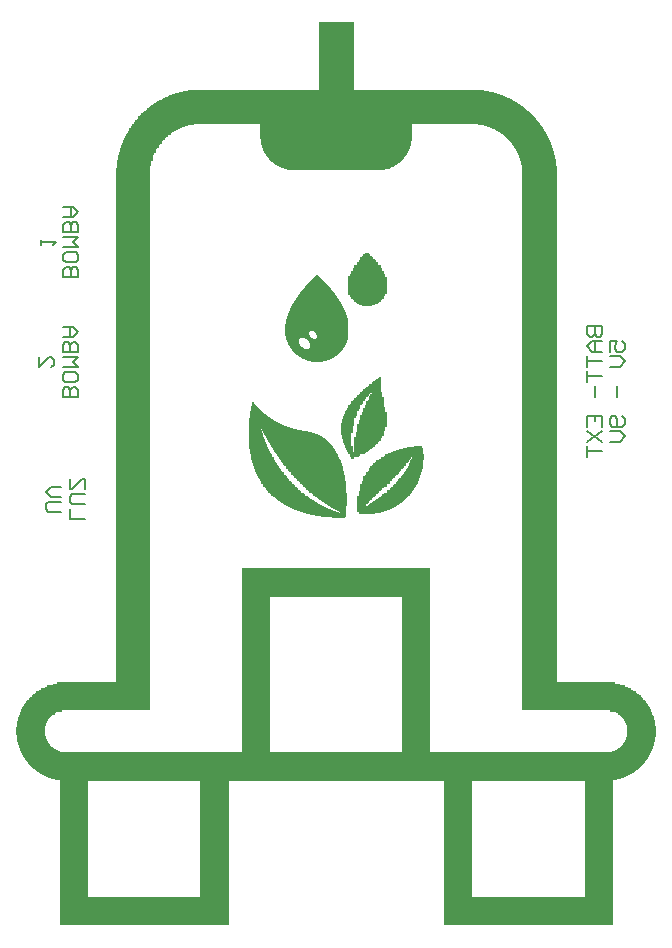
<source format=gbo>
G04*
G04 #@! TF.GenerationSoftware,Altium Limited,Altium Designer,22.0.2 (36)*
G04*
G04 Layer_Color=32896*
%FSLAX23Y23*%
%MOIN*%
G70*
G04*
G04 #@! TF.SameCoordinates,FFE58276-D16A-40DC-94CB-801E61EA4FAC*
G04*
G04*
G04 #@! TF.FilePolarity,Positive*
G04*
G01*
G75*
%ADD50C,0.008*%
G36*
X1583Y3268D02*
X2018D01*
Y3265D01*
X2034D01*
Y3261D01*
X2051D01*
Y3258D01*
X2061D01*
Y3255D01*
X2071D01*
Y3251D01*
X2081D01*
Y3248D01*
X2087D01*
Y3245D01*
X2094D01*
Y3241D01*
X2104D01*
Y3238D01*
X2111D01*
Y3235D01*
X2114D01*
Y3232D01*
X2121D01*
Y3228D01*
X2127D01*
Y3225D01*
X2131D01*
Y3222D01*
X2137D01*
Y3218D01*
X2141D01*
Y3215D01*
X2147D01*
Y3212D01*
X2150D01*
Y3208D01*
X2154D01*
Y3205D01*
X2157D01*
Y3202D01*
X2160D01*
Y3198D01*
X2167D01*
Y3195D01*
X2170D01*
Y3192D01*
X2174D01*
Y3188D01*
X2177D01*
Y3185D01*
X2180D01*
Y3182D01*
X2184D01*
Y3178D01*
X2187D01*
Y3175D01*
X2190D01*
Y3168D01*
X2194D01*
Y3165D01*
X2197D01*
Y3162D01*
X2200D01*
Y3159D01*
X2204D01*
Y3152D01*
X2207D01*
Y3149D01*
X2210D01*
Y3145D01*
X2214D01*
Y3139D01*
X2217D01*
Y3132D01*
X2220D01*
Y3129D01*
X2223D01*
Y3122D01*
X2227D01*
Y3115D01*
X2230D01*
Y3109D01*
X2233D01*
Y3102D01*
X2237D01*
Y3095D01*
X2240D01*
Y3086D01*
X2243D01*
Y3076D01*
X2247D01*
Y3066D01*
X2250D01*
Y3052D01*
X2253D01*
Y3039D01*
X2257D01*
Y3016D01*
X2260D01*
Y2910D01*
Y2906D01*
Y1294D01*
X2456D01*
Y1290D01*
X2472D01*
Y1287D01*
X2482D01*
Y1284D01*
X2489D01*
Y1280D01*
X2499D01*
Y1277D01*
X2506D01*
Y1274D01*
X2509D01*
Y1270D01*
X2516D01*
Y1267D01*
X2519D01*
Y1264D01*
X2525D01*
Y1260D01*
X2529D01*
Y1257D01*
X2532D01*
Y1254D01*
X2535D01*
Y1251D01*
X2542D01*
Y1247D01*
X2545D01*
Y1241D01*
X2549D01*
Y1237D01*
X2552D01*
Y1234D01*
X2555D01*
Y1231D01*
X2559D01*
Y1227D01*
X2562D01*
Y1221D01*
X2565D01*
Y1217D01*
X2569D01*
Y1211D01*
X2572D01*
Y1204D01*
X2575D01*
Y1197D01*
X2579D01*
Y1187D01*
X2582D01*
Y1181D01*
X2585D01*
Y1168D01*
X2589D01*
Y1148D01*
X2592D01*
Y1111D01*
X2589D01*
Y1095D01*
X2585D01*
Y1081D01*
X2582D01*
Y1071D01*
X2579D01*
Y1065D01*
X2575D01*
Y1058D01*
X2572D01*
Y1051D01*
X2569D01*
Y1045D01*
X2565D01*
Y1038D01*
X2562D01*
Y1035D01*
X2559D01*
Y1032D01*
X2555D01*
Y1025D01*
X2552D01*
Y1022D01*
X2549D01*
Y1018D01*
X2545D01*
Y1015D01*
X2542D01*
Y1012D01*
X2539D01*
Y1008D01*
X2535D01*
Y1005D01*
X2532D01*
Y1002D01*
X2525D01*
Y998D01*
X2522D01*
Y995D01*
X2519D01*
Y992D01*
X2512D01*
Y988D01*
X2506D01*
Y985D01*
X2499D01*
Y982D01*
X2492D01*
Y978D01*
X2486D01*
Y975D01*
X2476D01*
Y972D01*
X2462D01*
Y968D01*
X2449D01*
Y487D01*
X2446D01*
Y484D01*
X1885D01*
Y965D01*
X1168D01*
Y487D01*
X1165D01*
Y484D01*
X604D01*
Y968D01*
X588D01*
Y972D01*
X574D01*
Y975D01*
X564D01*
Y978D01*
X558D01*
Y982D01*
X551D01*
Y985D01*
X544D01*
Y988D01*
X538D01*
Y992D01*
X535D01*
Y995D01*
X528D01*
Y998D01*
X525D01*
Y1002D01*
X521D01*
Y1005D01*
X515D01*
Y1008D01*
X511D01*
Y1012D01*
X508D01*
Y1015D01*
X505D01*
Y1018D01*
X501D01*
Y1022D01*
X498D01*
Y1028D01*
X495D01*
Y1032D01*
X491D01*
Y1035D01*
X488D01*
Y1041D01*
X485D01*
Y1045D01*
X481D01*
Y1051D01*
X478D01*
Y1058D01*
X475D01*
Y1065D01*
X471D01*
Y1075D01*
X468D01*
Y1085D01*
X465D01*
Y1095D01*
X462D01*
Y1118D01*
X458D01*
Y1144D01*
X462D01*
Y1164D01*
X465D01*
Y1178D01*
X468D01*
Y1187D01*
X471D01*
Y1197D01*
X475D01*
Y1204D01*
X478D01*
Y1211D01*
X481D01*
Y1214D01*
X485D01*
Y1221D01*
X488D01*
Y1224D01*
X491D01*
Y1231D01*
X495D01*
Y1234D01*
X498D01*
Y1237D01*
X501D01*
Y1241D01*
X505D01*
Y1244D01*
X508D01*
Y1247D01*
X511D01*
Y1251D01*
X515D01*
Y1254D01*
X518D01*
Y1257D01*
X521D01*
Y1260D01*
X525D01*
Y1264D01*
X531D01*
Y1267D01*
X535D01*
Y1270D01*
X541D01*
Y1274D01*
X548D01*
Y1277D01*
X554D01*
Y1280D01*
X561D01*
Y1284D01*
X571D01*
Y1287D01*
X581D01*
Y1290D01*
X594D01*
Y1294D01*
X790D01*
Y3009D01*
X793D01*
Y3036D01*
X797D01*
Y3052D01*
X800D01*
Y3062D01*
X803D01*
Y3076D01*
X807D01*
Y3086D01*
X810D01*
Y3092D01*
X813D01*
Y3102D01*
X817D01*
Y3109D01*
X820D01*
Y3115D01*
X823D01*
Y3122D01*
X827D01*
Y3125D01*
X830D01*
Y3132D01*
X833D01*
Y3139D01*
X836D01*
Y3142D01*
X840D01*
Y3149D01*
X843D01*
Y3152D01*
X846D01*
Y3155D01*
X850D01*
Y3162D01*
X853D01*
Y3165D01*
X856D01*
Y3168D01*
X860D01*
Y3172D01*
X863D01*
Y3175D01*
X866D01*
Y3182D01*
X870D01*
Y3185D01*
X873D01*
Y3188D01*
X876D01*
Y3192D01*
X880D01*
Y3195D01*
X886D01*
Y3198D01*
X890D01*
Y3202D01*
X893D01*
Y3205D01*
X896D01*
Y3208D01*
X900D01*
Y3212D01*
X906D01*
Y3215D01*
X909D01*
Y3218D01*
X913D01*
Y3222D01*
X919D01*
Y3225D01*
X923D01*
Y3228D01*
X929D01*
Y3232D01*
X936D01*
Y3235D01*
X943D01*
Y3238D01*
X949D01*
Y3241D01*
X956D01*
Y3245D01*
X963D01*
Y3248D01*
X969D01*
Y3251D01*
X979D01*
Y3255D01*
X989D01*
Y3258D01*
X1002D01*
Y3261D01*
X1016D01*
Y3265D01*
X1032D01*
Y3268D01*
X1467D01*
Y3494D01*
X1583D01*
Y3268D01*
D02*
G37*
%LPC*%
G36*
X1998Y3155D02*
X1779D01*
Y3099D01*
X1776D01*
Y3082D01*
X1772D01*
Y3072D01*
X1769D01*
Y3066D01*
X1766D01*
Y3059D01*
X1762D01*
Y3052D01*
X1759D01*
Y3049D01*
X1756D01*
Y3046D01*
X1752D01*
Y3039D01*
X1749D01*
Y3036D01*
X1746D01*
Y3032D01*
X1742D01*
Y3029D01*
X1739D01*
Y3026D01*
X1732D01*
Y3022D01*
X1729D01*
Y3019D01*
X1722D01*
Y3016D01*
X1719D01*
Y3013D01*
X1709D01*
Y3009D01*
X1703D01*
Y3006D01*
X1689D01*
Y3003D01*
X1361D01*
Y3006D01*
X1351D01*
Y3009D01*
X1341D01*
Y3013D01*
X1334D01*
Y3016D01*
X1328D01*
Y3019D01*
X1321D01*
Y3022D01*
X1318D01*
Y3026D01*
X1314D01*
Y3029D01*
X1308D01*
Y3032D01*
X1304D01*
Y3036D01*
X1301D01*
Y3042D01*
X1298D01*
Y3046D01*
X1294D01*
Y3049D01*
X1291D01*
Y3056D01*
X1288D01*
Y3059D01*
X1284D01*
Y3066D01*
X1281D01*
Y3076D01*
X1278D01*
Y3086D01*
X1274D01*
Y3105D01*
X1271D01*
Y3155D01*
X1052D01*
Y3152D01*
X1032D01*
Y3149D01*
X1022D01*
Y3145D01*
X1012D01*
Y3142D01*
X1006D01*
Y3139D01*
X999D01*
Y3135D01*
X992D01*
Y3132D01*
X986D01*
Y3129D01*
X979D01*
Y3125D01*
X976D01*
Y3122D01*
X973D01*
Y3119D01*
X966D01*
Y3115D01*
X963D01*
Y3112D01*
X959D01*
Y3109D01*
X956D01*
Y3105D01*
X953D01*
Y3102D01*
X949D01*
Y3099D01*
X946D01*
Y3095D01*
X943D01*
Y3089D01*
X939D01*
Y3086D01*
X936D01*
Y3082D01*
X933D01*
Y3076D01*
X929D01*
Y3072D01*
X926D01*
Y3066D01*
X923D01*
Y3059D01*
X919D01*
Y3052D01*
X916D01*
Y3042D01*
X913D01*
Y3032D01*
X909D01*
Y3016D01*
X906D01*
Y1201D01*
X611D01*
Y1197D01*
X601D01*
Y1194D01*
X591D01*
Y1191D01*
X588D01*
Y1187D01*
X581D01*
Y1184D01*
X578D01*
Y1181D01*
X574D01*
Y1178D01*
X571D01*
Y1174D01*
X568D01*
Y1171D01*
X564D01*
Y1164D01*
X561D01*
Y1158D01*
X558D01*
Y1148D01*
X554D01*
Y1114D01*
X558D01*
Y1105D01*
X561D01*
Y1098D01*
X564D01*
Y1091D01*
X568D01*
Y1088D01*
X571D01*
Y1081D01*
X574D01*
Y1078D01*
X581D01*
Y1075D01*
X584D01*
Y1071D01*
X591D01*
Y1068D01*
X598D01*
Y1065D01*
X604D01*
Y1061D01*
X1211D01*
Y1675D01*
X1839D01*
Y1061D01*
X2446D01*
Y1065D01*
X2456D01*
Y1068D01*
X2462D01*
Y1071D01*
X2466D01*
Y1075D01*
X2472D01*
Y1078D01*
X2476D01*
Y1081D01*
X2479D01*
Y1085D01*
X2482D01*
Y1091D01*
X2486D01*
Y1095D01*
X2489D01*
Y1101D01*
X2492D01*
Y1111D01*
X2496D01*
Y1151D01*
X2492D01*
Y1158D01*
X2489D01*
Y1164D01*
X2486D01*
Y1171D01*
X2482D01*
Y1174D01*
X2479D01*
Y1178D01*
X2476D01*
Y1181D01*
X2472D01*
Y1184D01*
X2469D01*
Y1187D01*
X2466D01*
Y1191D01*
X2459D01*
Y1194D01*
X2452D01*
Y1197D01*
X2439D01*
Y1201D01*
X2144D01*
Y1337D01*
Y1340D01*
Y3019D01*
X2141D01*
Y3032D01*
X2137D01*
Y3042D01*
X2134D01*
Y3052D01*
X2131D01*
Y3059D01*
X2127D01*
Y3066D01*
X2124D01*
Y3072D01*
X2121D01*
Y3076D01*
X2117D01*
Y3082D01*
X2114D01*
Y3086D01*
X2111D01*
Y3092D01*
X2107D01*
Y3095D01*
X2104D01*
Y3099D01*
X2101D01*
Y3102D01*
X2097D01*
Y3105D01*
X2094D01*
Y3109D01*
X2091D01*
Y3112D01*
X2087D01*
Y3115D01*
X2084D01*
Y3119D01*
X2081D01*
Y3122D01*
X2074D01*
Y3125D01*
X2071D01*
Y3129D01*
X2064D01*
Y3132D01*
X2058D01*
Y3135D01*
X2054D01*
Y3139D01*
X2044D01*
Y3142D01*
X2038D01*
Y3145D01*
X2028D01*
Y3149D01*
X2018D01*
Y3152D01*
X1998D01*
Y3155D01*
D02*
G37*
G36*
X1746Y1579D02*
X1304D01*
Y1061D01*
X1746D01*
Y1579D01*
D02*
G37*
G36*
X2353Y965D02*
X1978D01*
Y580D01*
X2353D01*
Y965D01*
D02*
G37*
G36*
X1072D02*
X697D01*
Y580D01*
X1072D01*
Y965D01*
D02*
G37*
%LPD*%
G36*
X1633Y2724D02*
X1636D01*
Y2721D01*
X1639D01*
Y2717D01*
X1643D01*
Y2714D01*
X1646D01*
Y2711D01*
X1649D01*
Y2707D01*
X1653D01*
Y2704D01*
X1656D01*
Y2701D01*
X1659D01*
Y2697D01*
X1663D01*
Y2691D01*
X1666D01*
Y2687D01*
X1669D01*
Y2684D01*
X1673D01*
Y2677D01*
X1676D01*
Y2674D01*
X1679D01*
Y2667D01*
X1683D01*
Y2661D01*
X1686D01*
Y2657D01*
Y2654D01*
X1689D01*
Y2644D01*
X1693D01*
Y2634D01*
X1696D01*
Y2598D01*
X1693D01*
Y2588D01*
X1689D01*
Y2581D01*
X1686D01*
Y2575D01*
X1683D01*
Y2571D01*
X1679D01*
Y2568D01*
X1676D01*
Y2565D01*
X1673D01*
Y2561D01*
X1669D01*
Y2558D01*
X1663D01*
Y2555D01*
X1656D01*
Y2551D01*
X1646D01*
Y2548D01*
X1610D01*
Y2551D01*
X1600D01*
Y2555D01*
X1596D01*
Y2558D01*
X1590D01*
Y2561D01*
X1586D01*
Y2565D01*
X1583D01*
Y2568D01*
X1580D01*
Y2571D01*
X1576D01*
Y2575D01*
X1573D01*
Y2578D01*
X1570D01*
Y2584D01*
X1566D01*
Y2594D01*
X1563D01*
Y2638D01*
X1566D01*
Y2648D01*
X1570D01*
Y2654D01*
X1573D01*
Y2664D01*
X1576D01*
Y2667D01*
X1580D01*
Y2674D01*
X1583D01*
Y2681D01*
X1586D01*
Y2684D01*
X1590D01*
Y2687D01*
X1593D01*
Y2694D01*
X1596D01*
Y2697D01*
X1600D01*
Y2701D01*
X1603D01*
Y2704D01*
X1606D01*
Y2711D01*
X1610D01*
Y2714D01*
X1613D01*
Y2717D01*
X1616D01*
Y2721D01*
X1620D01*
Y2724D01*
X1623D01*
Y2727D01*
X1633D01*
Y2724D01*
D02*
G37*
G36*
X1464Y2648D02*
X1467D01*
Y2644D01*
X1470D01*
Y2641D01*
X1474D01*
Y2638D01*
X1477D01*
Y2634D01*
X1480D01*
Y2631D01*
X1484D01*
Y2628D01*
X1487D01*
Y2624D01*
X1490D01*
Y2621D01*
X1493D01*
Y2618D01*
X1497D01*
Y2614D01*
X1500D01*
Y2611D01*
X1503D01*
Y2608D01*
X1507D01*
Y2601D01*
X1510D01*
Y2598D01*
X1513D01*
Y2594D01*
X1517D01*
Y2591D01*
X1520D01*
Y2584D01*
X1523D01*
Y2581D01*
X1527D01*
Y2575D01*
X1530D01*
Y2571D01*
X1533D01*
Y2565D01*
X1537D01*
Y2561D01*
X1540D01*
Y2555D01*
X1543D01*
Y2548D01*
X1547D01*
Y2541D01*
X1550D01*
Y2535D01*
X1553D01*
Y2528D01*
X1557D01*
Y2518D01*
X1560D01*
Y2508D01*
X1563D01*
Y2495D01*
X1566D01*
Y2445D01*
X1563D01*
Y2435D01*
X1560D01*
Y2425D01*
X1557D01*
Y2419D01*
X1553D01*
Y2412D01*
X1550D01*
Y2409D01*
X1547D01*
Y2402D01*
X1543D01*
Y2399D01*
X1540D01*
Y2395D01*
X1537D01*
Y2392D01*
X1533D01*
Y2389D01*
X1530D01*
Y2385D01*
X1527D01*
Y2382D01*
X1520D01*
Y2379D01*
X1517D01*
Y2375D01*
X1510D01*
Y2372D01*
X1503D01*
Y2369D01*
X1493D01*
Y2365D01*
X1480D01*
Y2362D01*
X1440D01*
Y2365D01*
X1427D01*
Y2369D01*
X1420D01*
Y2372D01*
X1411D01*
Y2375D01*
X1407D01*
Y2379D01*
X1401D01*
Y2382D01*
X1397D01*
Y2385D01*
X1391D01*
Y2389D01*
X1387D01*
Y2392D01*
X1384D01*
Y2395D01*
X1381D01*
Y2399D01*
X1377D01*
Y2405D01*
X1374D01*
Y2409D01*
X1371D01*
Y2415D01*
X1367D01*
Y2419D01*
X1364D01*
Y2429D01*
X1361D01*
Y2435D01*
X1357D01*
Y2448D01*
X1354D01*
Y2488D01*
X1357D01*
Y2505D01*
X1361D01*
Y2515D01*
X1364D01*
Y2525D01*
X1367D01*
Y2531D01*
X1371D01*
Y2541D01*
X1374D01*
Y2548D01*
X1377D01*
Y2555D01*
X1381D01*
Y2558D01*
X1384D01*
Y2565D01*
X1387D01*
Y2568D01*
X1391D01*
Y2575D01*
X1394D01*
Y2578D01*
X1397D01*
Y2584D01*
X1401D01*
Y2588D01*
X1404D01*
Y2594D01*
X1407D01*
Y2598D01*
X1411D01*
Y2601D01*
X1414D01*
Y2604D01*
X1417D01*
Y2608D01*
X1420D01*
Y2614D01*
X1424D01*
Y2618D01*
X1427D01*
Y2621D01*
X1430D01*
Y2624D01*
X1434D01*
Y2628D01*
X1437D01*
Y2631D01*
X1440D01*
Y2634D01*
X1444D01*
Y2638D01*
X1447D01*
Y2641D01*
X1450D01*
Y2644D01*
X1454D01*
Y2648D01*
X1457D01*
Y2651D01*
X1464D01*
Y2648D01*
D02*
G37*
G36*
X1673Y2286D02*
X1676D01*
Y2263D01*
X1679D01*
Y2246D01*
X1683D01*
Y2229D01*
X1686D01*
Y2213D01*
X1689D01*
Y2196D01*
X1693D01*
Y2146D01*
X1689D01*
Y2133D01*
X1686D01*
Y2123D01*
X1683D01*
Y2117D01*
X1679D01*
Y2110D01*
X1676D01*
Y2107D01*
X1673D01*
Y2100D01*
X1669D01*
Y2097D01*
X1666D01*
Y2093D01*
X1663D01*
Y2090D01*
X1659D01*
Y2087D01*
X1656D01*
Y2083D01*
X1653D01*
Y2080D01*
X1649D01*
Y2077D01*
X1643D01*
Y2073D01*
X1639D01*
Y2070D01*
X1636D01*
Y2067D01*
X1630D01*
Y2063D01*
X1626D01*
Y2060D01*
X1620D01*
Y2057D01*
X1613D01*
Y2054D01*
X1606D01*
Y2050D01*
X1600D01*
Y2047D01*
X1593D01*
Y2044D01*
X1586D01*
Y2040D01*
X1573D01*
Y2047D01*
X1570D01*
Y2054D01*
X1566D01*
Y2057D01*
X1563D01*
Y2063D01*
X1560D01*
Y2070D01*
X1557D01*
Y2077D01*
X1553D01*
Y2087D01*
X1550D01*
Y2093D01*
X1547D01*
Y2107D01*
X1543D01*
Y2120D01*
X1540D01*
Y2160D01*
X1543D01*
Y2173D01*
X1547D01*
Y2180D01*
Y2183D01*
X1550D01*
Y2190D01*
X1553D01*
Y2200D01*
X1557D01*
Y2203D01*
X1560D01*
Y2210D01*
X1563D01*
Y2216D01*
X1566D01*
Y2219D01*
X1570D01*
Y2223D01*
X1573D01*
Y2229D01*
X1576D01*
Y2233D01*
X1580D01*
Y2236D01*
X1583D01*
Y2239D01*
X1586D01*
Y2243D01*
X1590D01*
Y2246D01*
X1593D01*
Y2249D01*
X1596D01*
Y2253D01*
X1600D01*
Y2256D01*
X1603D01*
Y2259D01*
X1606D01*
Y2263D01*
X1610D01*
Y2266D01*
X1613D01*
Y2269D01*
X1616D01*
Y2273D01*
X1620D01*
Y2276D01*
X1626D01*
Y2279D01*
X1630D01*
Y2283D01*
X1633D01*
Y2286D01*
X1636D01*
Y2289D01*
X1643D01*
Y2292D01*
X1646D01*
Y2296D01*
X1649D01*
Y2299D01*
X1656D01*
Y2302D01*
X1659D01*
Y2306D01*
X1666D01*
Y2309D01*
X1669D01*
Y2312D01*
X1673D01*
Y2286D01*
D02*
G37*
G36*
X1812Y2077D02*
X1815D01*
Y2054D01*
X1819D01*
Y2034D01*
X1815D01*
Y2007D01*
X1812D01*
Y1994D01*
X1809D01*
Y1984D01*
X1805D01*
Y1974D01*
X1802D01*
Y1964D01*
X1799D01*
Y1957D01*
X1795D01*
Y1951D01*
X1792D01*
Y1944D01*
X1789D01*
Y1941D01*
X1785D01*
Y1934D01*
X1782D01*
Y1931D01*
X1779D01*
Y1924D01*
X1776D01*
Y1921D01*
X1772D01*
Y1917D01*
X1769D01*
Y1914D01*
X1766D01*
Y1911D01*
X1762D01*
Y1908D01*
X1759D01*
Y1904D01*
X1756D01*
Y1901D01*
X1752D01*
Y1898D01*
X1749D01*
Y1894D01*
X1746D01*
Y1891D01*
X1739D01*
Y1888D01*
X1736D01*
Y1884D01*
X1729D01*
Y1881D01*
X1726D01*
Y1878D01*
X1719D01*
Y1874D01*
X1712D01*
Y1871D01*
X1703D01*
Y1868D01*
X1696D01*
Y1864D01*
X1686D01*
Y1861D01*
X1673D01*
Y1858D01*
X1653D01*
Y1854D01*
X1600D01*
Y1861D01*
X1596D01*
Y1914D01*
X1600D01*
Y1931D01*
X1603D01*
Y1944D01*
X1606D01*
Y1954D01*
X1610D01*
Y1964D01*
X1613D01*
Y1971D01*
X1616D01*
Y1981D01*
X1620D01*
Y1984D01*
X1623D01*
Y1990D01*
X1626D01*
Y1997D01*
X1630D01*
Y2000D01*
X1633D01*
Y2007D01*
X1636D01*
Y2010D01*
X1639D01*
Y2014D01*
X1643D01*
Y2017D01*
X1646D01*
Y2020D01*
X1649D01*
Y2024D01*
X1653D01*
Y2027D01*
X1656D01*
Y2030D01*
X1659D01*
Y2034D01*
X1663D01*
Y2037D01*
X1669D01*
Y2040D01*
X1673D01*
Y2044D01*
X1676D01*
Y2047D01*
X1683D01*
Y2050D01*
X1689D01*
Y2054D01*
X1693D01*
Y2057D01*
X1699D01*
Y2060D01*
X1709D01*
Y2063D01*
X1716D01*
Y2067D01*
X1726D01*
Y2070D01*
X1736D01*
Y2073D01*
X1749D01*
Y2077D01*
X1762D01*
Y2080D01*
X1785D01*
Y2083D01*
X1812D01*
Y2077D01*
D02*
G37*
G36*
X1251Y2223D02*
X1255D01*
Y2219D01*
X1258D01*
Y2216D01*
X1261D01*
Y2213D01*
X1265D01*
Y2210D01*
X1268D01*
Y2206D01*
X1271D01*
Y2203D01*
X1274D01*
Y2200D01*
X1278D01*
Y2196D01*
X1281D01*
Y2193D01*
X1284D01*
Y2190D01*
X1291D01*
Y2186D01*
X1294D01*
Y2183D01*
X1298D01*
Y2180D01*
X1304D01*
Y2176D01*
X1308D01*
Y2173D01*
X1314D01*
Y2170D01*
X1318D01*
Y2166D01*
X1324D01*
Y2163D01*
X1331D01*
Y2160D01*
X1338D01*
Y2156D01*
X1344D01*
Y2153D01*
X1351D01*
Y2150D01*
X1361D01*
Y2146D01*
X1371D01*
Y2143D01*
X1381D01*
Y2140D01*
X1394D01*
Y2137D01*
X1411D01*
Y2133D01*
X1430D01*
Y2130D01*
X1444D01*
Y2127D01*
X1454D01*
Y2123D01*
X1464D01*
Y2120D01*
X1470D01*
Y2117D01*
X1477D01*
Y2113D01*
X1480D01*
Y2110D01*
X1487D01*
Y2107D01*
X1490D01*
Y2103D01*
X1493D01*
Y2100D01*
X1497D01*
Y2097D01*
X1500D01*
Y2093D01*
X1503D01*
Y2090D01*
X1507D01*
Y2087D01*
X1510D01*
Y2083D01*
X1513D01*
Y2077D01*
X1517D01*
Y2073D01*
X1520D01*
Y2067D01*
X1523D01*
Y2060D01*
X1527D01*
Y2057D01*
X1530D01*
Y2047D01*
X1533D01*
Y2040D01*
X1537D01*
Y2034D01*
X1540D01*
Y2024D01*
X1543D01*
Y2014D01*
X1547D01*
Y2000D01*
X1550D01*
Y1984D01*
X1553D01*
Y1964D01*
X1557D01*
Y1927D01*
X1560D01*
Y1881D01*
X1557D01*
Y1844D01*
X1553D01*
Y1841D01*
X1510D01*
Y1844D01*
X1474D01*
Y1848D01*
X1454D01*
Y1851D01*
X1437D01*
Y1854D01*
X1424D01*
Y1858D01*
X1414D01*
Y1861D01*
X1404D01*
Y1864D01*
X1394D01*
Y1868D01*
X1384D01*
Y1871D01*
X1377D01*
Y1874D01*
X1371D01*
Y1878D01*
X1364D01*
Y1881D01*
X1357D01*
Y1884D01*
X1351D01*
Y1888D01*
X1347D01*
Y1891D01*
X1341D01*
Y1894D01*
X1338D01*
Y1898D01*
X1331D01*
Y1901D01*
X1328D01*
Y1904D01*
X1324D01*
Y1908D01*
X1321D01*
Y1911D01*
X1314D01*
Y1914D01*
X1311D01*
Y1917D01*
X1308D01*
Y1921D01*
X1304D01*
Y1924D01*
X1301D01*
Y1927D01*
X1298D01*
Y1931D01*
X1294D01*
Y1937D01*
X1291D01*
Y1941D01*
X1288D01*
Y1944D01*
X1284D01*
Y1947D01*
X1281D01*
Y1954D01*
X1278D01*
Y1957D01*
X1274D01*
Y1964D01*
X1271D01*
Y1971D01*
X1268D01*
Y1974D01*
X1265D01*
Y1981D01*
X1261D01*
Y1990D01*
X1258D01*
Y1997D01*
X1255D01*
Y2007D01*
X1251D01*
Y2017D01*
X1248D01*
Y2027D01*
X1245D01*
Y2037D01*
X1241D01*
Y2054D01*
X1238D01*
Y2073D01*
X1235D01*
Y2176D01*
X1238D01*
Y2200D01*
X1241D01*
Y2216D01*
X1245D01*
Y2229D01*
X1251D01*
Y2223D01*
D02*
G37*
%LPC*%
G36*
X1450Y2465D02*
X1437D01*
Y2462D01*
X1434D01*
Y2452D01*
X1437D01*
Y2445D01*
X1440D01*
Y2442D01*
X1447D01*
Y2438D01*
X1457D01*
Y2442D01*
X1460D01*
Y2452D01*
X1457D01*
Y2458D01*
X1454D01*
Y2462D01*
X1450D01*
Y2465D01*
D02*
G37*
G36*
X1420Y2442D02*
X1404D01*
Y2438D01*
X1401D01*
Y2422D01*
X1404D01*
Y2415D01*
X1407D01*
Y2412D01*
X1414D01*
Y2409D01*
X1417D01*
Y2405D01*
X1434D01*
Y2409D01*
X1437D01*
Y2425D01*
X1434D01*
Y2432D01*
X1430D01*
Y2435D01*
X1427D01*
Y2438D01*
X1420D01*
Y2442D01*
D02*
G37*
G36*
X1646Y2263D02*
X1643D01*
Y2259D01*
X1646D01*
Y2263D01*
D02*
G37*
G36*
X1643Y2259D02*
X1639D01*
Y2256D01*
X1643D01*
Y2259D01*
D02*
G37*
G36*
X1639Y2256D02*
X1633D01*
Y2249D01*
X1630D01*
Y2246D01*
X1626D01*
Y2243D01*
X1623D01*
Y2239D01*
X1620D01*
Y2233D01*
X1616D01*
Y2229D01*
X1613D01*
Y2223D01*
X1610D01*
Y2219D01*
X1606D01*
Y2213D01*
X1603D01*
Y2206D01*
X1600D01*
Y2200D01*
X1596D01*
Y2193D01*
X1593D01*
Y2183D01*
X1590D01*
Y2176D01*
X1586D01*
Y2163D01*
X1583D01*
Y2160D01*
Y2156D01*
Y2150D01*
X1580D01*
Y2127D01*
X1576D01*
Y2083D01*
X1580D01*
Y2063D01*
X1583D01*
Y2083D01*
X1586D01*
Y2113D01*
X1590D01*
Y2130D01*
X1593D01*
Y2146D01*
X1596D01*
Y2156D01*
X1600D01*
Y2170D01*
X1603D01*
Y2180D01*
X1606D01*
Y2186D01*
X1610D01*
Y2196D01*
X1613D01*
Y2203D01*
X1616D01*
Y2210D01*
X1620D01*
Y2219D01*
X1623D01*
Y2226D01*
X1626D01*
Y2233D01*
X1630D01*
Y2236D01*
X1633D01*
Y2243D01*
X1636D01*
Y2249D01*
X1639D01*
Y2256D01*
D02*
G37*
G36*
X1779Y2044D02*
X1776D01*
Y2040D01*
X1779D01*
Y2044D01*
D02*
G37*
G36*
X1776Y2040D02*
X1772D01*
Y2037D01*
X1769D01*
Y2030D01*
X1766D01*
Y2027D01*
X1762D01*
Y2024D01*
X1759D01*
Y2017D01*
X1756D01*
Y2014D01*
X1752D01*
Y2010D01*
X1749D01*
Y2007D01*
X1746D01*
Y2004D01*
X1742D01*
Y2000D01*
X1739D01*
Y1997D01*
X1736D01*
Y1990D01*
X1732D01*
Y1987D01*
X1729D01*
Y1984D01*
X1726D01*
Y1981D01*
X1722D01*
Y1977D01*
X1719D01*
Y1974D01*
X1716D01*
Y1971D01*
X1712D01*
Y1967D01*
X1709D01*
Y1964D01*
X1706D01*
Y1961D01*
X1703D01*
Y1957D01*
X1699D01*
Y1954D01*
X1696D01*
Y1951D01*
X1693D01*
Y1947D01*
X1689D01*
Y1944D01*
X1686D01*
Y1941D01*
X1679D01*
Y1937D01*
X1676D01*
Y1934D01*
X1673D01*
Y1931D01*
X1669D01*
Y1927D01*
X1666D01*
Y1924D01*
X1663D01*
Y1921D01*
X1659D01*
Y1917D01*
X1656D01*
Y1914D01*
X1653D01*
Y1911D01*
X1649D01*
Y1908D01*
X1646D01*
Y1904D01*
X1643D01*
Y1901D01*
X1639D01*
Y1898D01*
X1636D01*
Y1894D01*
X1633D01*
Y1891D01*
X1630D01*
Y1888D01*
X1626D01*
Y1884D01*
X1623D01*
Y1881D01*
X1630D01*
Y1884D01*
X1633D01*
Y1888D01*
X1639D01*
Y1891D01*
X1643D01*
Y1894D01*
X1649D01*
Y1898D01*
X1653D01*
Y1901D01*
X1659D01*
Y1904D01*
X1663D01*
Y1908D01*
X1669D01*
Y1911D01*
X1673D01*
Y1914D01*
X1676D01*
Y1917D01*
X1679D01*
Y1921D01*
X1686D01*
Y1924D01*
X1689D01*
Y1927D01*
X1693D01*
Y1931D01*
X1696D01*
Y1934D01*
X1699D01*
Y1937D01*
X1706D01*
Y1941D01*
X1709D01*
Y1944D01*
X1712D01*
Y1947D01*
X1716D01*
Y1951D01*
X1719D01*
Y1954D01*
X1722D01*
Y1957D01*
X1726D01*
Y1961D01*
X1729D01*
Y1967D01*
X1732D01*
Y1971D01*
X1736D01*
Y1974D01*
X1739D01*
Y1977D01*
X1742D01*
Y1981D01*
X1746D01*
Y1987D01*
X1749D01*
Y1990D01*
X1752D01*
Y1997D01*
X1756D01*
Y2000D01*
X1759D01*
Y2007D01*
X1762D01*
Y2010D01*
X1766D01*
Y2017D01*
X1769D01*
Y2024D01*
X1772D01*
Y2034D01*
X1776D01*
Y2040D01*
D02*
G37*
G36*
X1278Y2140D02*
X1274D01*
Y2137D01*
X1278D01*
Y2140D01*
D02*
G37*
G36*
X1281Y2133D02*
X1278D01*
Y2127D01*
X1281D01*
Y2113D01*
X1284D01*
Y2107D01*
X1288D01*
Y2097D01*
X1291D01*
Y2090D01*
X1294D01*
Y2080D01*
X1298D01*
Y2073D01*
X1301D01*
Y2067D01*
X1304D01*
Y2060D01*
X1308D01*
Y2054D01*
X1311D01*
Y2047D01*
X1314D01*
Y2044D01*
X1318D01*
Y2037D01*
X1321D01*
Y2030D01*
X1324D01*
Y2027D01*
X1328D01*
Y2020D01*
X1331D01*
Y2017D01*
X1334D01*
Y2010D01*
X1338D01*
Y2007D01*
X1341D01*
Y2000D01*
X1344D01*
Y1997D01*
X1347D01*
Y1994D01*
X1351D01*
Y1987D01*
X1354D01*
Y1984D01*
X1357D01*
Y1981D01*
X1361D01*
Y1977D01*
X1364D01*
Y1971D01*
X1367D01*
Y1967D01*
X1371D01*
Y1964D01*
X1374D01*
Y1961D01*
X1377D01*
Y1957D01*
X1381D01*
Y1954D01*
X1384D01*
Y1951D01*
X1387D01*
Y1947D01*
X1391D01*
Y1944D01*
X1394D01*
Y1941D01*
X1397D01*
Y1937D01*
X1401D01*
Y1934D01*
X1404D01*
Y1931D01*
X1407D01*
Y1927D01*
X1414D01*
Y1924D01*
X1417D01*
Y1921D01*
X1420D01*
Y1917D01*
X1427D01*
Y1914D01*
X1430D01*
Y1911D01*
X1434D01*
Y1908D01*
X1437D01*
Y1904D01*
X1444D01*
Y1901D01*
X1450D01*
Y1898D01*
X1454D01*
Y1894D01*
X1460D01*
Y1891D01*
X1464D01*
Y1888D01*
X1470D01*
Y1884D01*
X1477D01*
Y1881D01*
X1484D01*
Y1878D01*
X1490D01*
Y1874D01*
X1497D01*
Y1871D01*
X1507D01*
Y1868D01*
X1513D01*
Y1864D01*
X1523D01*
Y1861D01*
X1533D01*
Y1858D01*
X1537D01*
Y1861D01*
X1533D01*
Y1864D01*
X1527D01*
Y1868D01*
X1520D01*
Y1871D01*
X1513D01*
Y1874D01*
X1507D01*
Y1878D01*
X1503D01*
Y1881D01*
X1497D01*
Y1884D01*
X1493D01*
Y1888D01*
X1487D01*
Y1891D01*
X1484D01*
Y1894D01*
X1477D01*
Y1898D01*
X1474D01*
Y1901D01*
X1467D01*
Y1904D01*
X1464D01*
Y1908D01*
X1460D01*
Y1911D01*
X1454D01*
Y1914D01*
X1450D01*
Y1917D01*
X1447D01*
Y1921D01*
X1444D01*
Y1924D01*
X1440D01*
Y1927D01*
X1434D01*
Y1931D01*
X1430D01*
Y1934D01*
X1427D01*
Y1937D01*
X1424D01*
Y1941D01*
X1420D01*
Y1944D01*
X1417D01*
Y1947D01*
X1414D01*
Y1951D01*
X1411D01*
Y1954D01*
X1407D01*
Y1957D01*
X1404D01*
Y1961D01*
X1401D01*
Y1964D01*
X1397D01*
Y1967D01*
X1394D01*
Y1971D01*
X1391D01*
Y1974D01*
X1387D01*
Y1977D01*
X1384D01*
Y1981D01*
X1381D01*
Y1984D01*
X1377D01*
Y1987D01*
X1374D01*
Y1994D01*
X1371D01*
Y1997D01*
X1367D01*
Y2000D01*
X1364D01*
Y2004D01*
X1361D01*
Y2007D01*
X1357D01*
Y2014D01*
X1354D01*
Y2017D01*
X1351D01*
Y2020D01*
X1347D01*
Y2027D01*
X1344D01*
Y2030D01*
X1341D01*
Y2034D01*
X1338D01*
Y2040D01*
X1334D01*
Y2044D01*
X1331D01*
Y2050D01*
X1328D01*
Y2054D01*
X1324D01*
Y2060D01*
X1321D01*
Y2063D01*
X1318D01*
Y2070D01*
X1314D01*
Y2077D01*
X1311D01*
Y2080D01*
X1308D01*
Y2087D01*
X1304D01*
Y2093D01*
X1301D01*
Y2097D01*
X1298D01*
Y2103D01*
X1294D01*
Y2110D01*
X1291D01*
Y2117D01*
X1288D01*
Y2120D01*
X1284D01*
Y2127D01*
X1281D01*
Y2133D01*
D02*
G37*
%LPD*%
D50*
X2362Y2481D02*
X2412D01*
Y2456D01*
X2404Y2447D01*
X2395D01*
X2387Y2456D01*
Y2481D01*
Y2456D01*
X2379Y2447D01*
X2370D01*
X2362Y2456D01*
Y2481D01*
X2412Y2431D02*
X2379D01*
X2362Y2414D01*
X2379Y2397D01*
X2412D01*
X2387D01*
Y2431D01*
X2362Y2381D02*
Y2347D01*
Y2364D01*
X2412D01*
X2362Y2331D02*
Y2297D01*
Y2314D01*
X2412D01*
X2387Y2281D02*
Y2247D01*
X2362Y2147D02*
Y2181D01*
X2412D01*
Y2147D01*
X2387Y2181D02*
Y2164D01*
X2362Y2131D02*
X2412Y2097D01*
X2362D02*
X2412Y2131D01*
X2362Y2081D02*
Y2047D01*
Y2064D01*
X2412D01*
X687Y1838D02*
X637D01*
Y1872D01*
X687Y1888D02*
X646D01*
X637Y1897D01*
Y1913D01*
X646Y1922D01*
X687D01*
Y1938D02*
Y1972D01*
X679D01*
X646Y1938D01*
X637D01*
Y1972D01*
X608Y1863D02*
X566D01*
X558Y1872D01*
Y1888D01*
X566Y1897D01*
X608D01*
Y1913D02*
X575D01*
X558Y1930D01*
X575Y1947D01*
X608D01*
X666Y2644D02*
X616D01*
Y2669D01*
X624Y2678D01*
X633D01*
X641Y2669D01*
Y2644D01*
Y2669D01*
X649Y2678D01*
X658D01*
X666Y2669D01*
Y2644D01*
Y2719D02*
Y2703D01*
X658Y2694D01*
X624D01*
X616Y2703D01*
Y2719D01*
X624Y2728D01*
X658D01*
X666Y2719D01*
X616Y2744D02*
X666D01*
X649Y2761D01*
X666Y2778D01*
X616D01*
X666Y2794D02*
X616D01*
Y2819D01*
X624Y2828D01*
X633D01*
X641Y2819D01*
Y2794D01*
Y2819D01*
X649Y2828D01*
X658D01*
X666Y2819D01*
Y2794D01*
X616Y2844D02*
X649D01*
X666Y2861D01*
X649Y2878D01*
X616D01*
X641D01*
Y2844D01*
X664Y2244D02*
X614D01*
Y2269D01*
X622Y2278D01*
X631D01*
X639Y2269D01*
Y2244D01*
Y2269D01*
X647Y2278D01*
X656D01*
X664Y2269D01*
Y2244D01*
Y2319D02*
Y2303D01*
X656Y2294D01*
X622D01*
X614Y2303D01*
Y2319D01*
X622Y2328D01*
X656D01*
X664Y2319D01*
X614Y2344D02*
X664D01*
X647Y2361D01*
X664Y2378D01*
X614D01*
X664Y2394D02*
X614D01*
Y2419D01*
X622Y2428D01*
X631D01*
X639Y2419D01*
Y2394D01*
Y2419D01*
X647Y2428D01*
X656D01*
X664Y2419D01*
Y2394D01*
X614Y2444D02*
X647D01*
X664Y2461D01*
X647Y2478D01*
X614D01*
X639D01*
Y2444D01*
X540Y2753D02*
Y2769D01*
Y2761D01*
X590D01*
X582Y2753D01*
X534Y2378D02*
Y2344D01*
X567Y2378D01*
X576D01*
X584Y2369D01*
Y2353D01*
X576Y2344D01*
X2437Y2397D02*
Y2431D01*
X2462D01*
X2454Y2414D01*
Y2406D01*
X2462Y2397D01*
X2479D01*
X2487Y2406D01*
Y2422D01*
X2479Y2431D01*
X2437Y2381D02*
X2470D01*
X2487Y2364D01*
X2470Y2347D01*
X2437D01*
X2462Y2281D02*
Y2247D01*
X2479Y2181D02*
X2487Y2172D01*
Y2156D01*
X2479Y2147D01*
X2445D01*
X2437Y2156D01*
Y2172D01*
X2445Y2181D01*
X2454D01*
X2462Y2172D01*
Y2147D01*
X2437Y2131D02*
X2470D01*
X2487Y2114D01*
X2470Y2097D01*
X2437D01*
M02*

</source>
